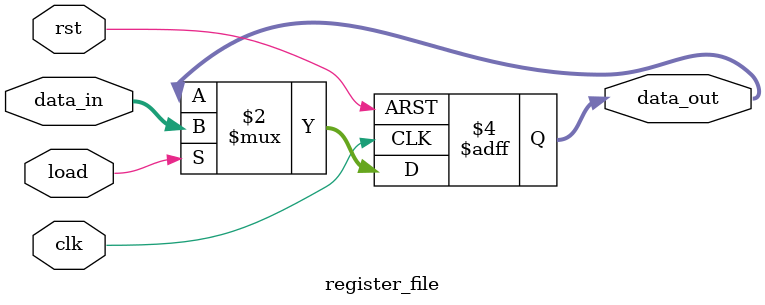
<source format=v>
module register_file (
    input clk,
    input rst,
    input load,
    input [7:0] data_in,
    output reg [7:0] data_out
);

always @(posedge clk or posedge rst) begin
    if (rst)
        data_out <= 8'b0;
    else if (load)
        data_out <= data_in;
end

endmodule

</source>
